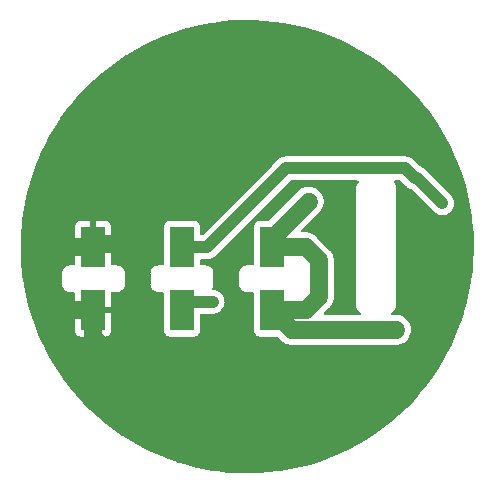
<source format=gbr>
%TF.GenerationSoftware,KiCad,Pcbnew,(6.0.4-0)*%
%TF.CreationDate,2022-05-04T20:07:09+02:00*%
%TF.ProjectId,GlowTubeLEDconnectorA_PCB,476c6f77-5475-4626-954c-4544636f6e6e,rev?*%
%TF.SameCoordinates,Original*%
%TF.FileFunction,Copper,L2,Bot*%
%TF.FilePolarity,Positive*%
%FSLAX46Y46*%
G04 Gerber Fmt 4.6, Leading zero omitted, Abs format (unit mm)*
G04 Created by KiCad (PCBNEW (6.0.4-0)) date 2022-05-04 20:07:09*
%MOMM*%
%LPD*%
G01*
G04 APERTURE LIST*
%TA.AperFunction,SMDPad,CuDef*%
%ADD10R,2.000000X3.500000*%
%TD*%
%TA.AperFunction,ViaPad*%
%ADD11C,0.800000*%
%TD*%
%TA.AperFunction,Conductor*%
%ADD12C,1.500000*%
%TD*%
%TA.AperFunction,Conductor*%
%ADD13C,1.000000*%
%TD*%
G04 APERTURE END LIST*
D10*
%TO.P,P6,1*%
%TO.N,GND*%
X89950000Y-69710000D03*
%TD*%
%TO.P,P5,1*%
%TO.N,LED2 DATA OUT*%
X97480000Y-75010800D03*
%TD*%
%TO.P,P4,1*%
%TO.N,+5V*%
X105090000Y-75010800D03*
%TD*%
%TO.P,P3,1*%
%TO.N,GND*%
X89950000Y-75010800D03*
%TD*%
%TO.P,P2,1*%
%TO.N,LED1 DATA OUT*%
X97480000Y-69710000D03*
%TD*%
%TO.P,P1,1*%
%TO.N,+5V*%
X105090000Y-69710000D03*
%TD*%
D11*
%TO.N,GND*%
X119570000Y-69310000D03*
X119155268Y-68295268D03*
%TO.N,LED1 DATA OUT*%
X119520000Y-65970000D03*
%TO.N,LED2 DATA OUT*%
X100080000Y-74320000D03*
%TO.N,GND*%
X93490000Y-70210000D03*
X92050000Y-69410000D03*
%TO.N,+5V*%
X114330000Y-76690000D03*
X115610000Y-76690000D03*
X107340000Y-66720000D03*
X108220000Y-65840000D03*
%TD*%
D12*
%TO.N,GND*%
X85920000Y-73600000D02*
X85920000Y-70750000D01*
X89950000Y-75010800D02*
X87330800Y-75010800D01*
X87330800Y-75010800D02*
X85920000Y-73600000D01*
X86960000Y-69710000D02*
X89950000Y-69710000D01*
X85920000Y-70750000D02*
X86960000Y-69710000D01*
%TO.N,+5V*%
X105090000Y-69710000D02*
X107980000Y-69710000D01*
X109090000Y-70820000D02*
X109090000Y-73900000D01*
X107980000Y-69710000D02*
X109090000Y-70820000D01*
X109090000Y-73900000D02*
X107979200Y-75010800D01*
X107979200Y-75010800D02*
X105090000Y-75010800D01*
%TO.N,GND*%
X119180000Y-68300000D02*
X119560000Y-68680000D01*
X119560000Y-68680000D02*
X119560000Y-76580000D01*
X116720000Y-79420000D02*
X92100000Y-79420000D01*
X92100000Y-79420000D02*
X89950000Y-77270000D01*
X119560000Y-76580000D02*
X116720000Y-79420000D01*
X89950000Y-77270000D02*
X89950000Y-75010800D01*
D13*
%TO.N,LED1 DATA OUT*%
X117200000Y-63820000D02*
X117370000Y-63820000D01*
X117370000Y-63820000D02*
X119520000Y-65970000D01*
X99610000Y-69710000D02*
X105780000Y-63540000D01*
X97480000Y-69710000D02*
X99610000Y-69710000D01*
X105780000Y-63540000D02*
X106290000Y-63030000D01*
X116410000Y-63030000D02*
X117200000Y-63820000D01*
X106290000Y-63030000D02*
X116410000Y-63030000D01*
%TO.N,LED2 DATA OUT*%
X98170800Y-74320000D02*
X97480000Y-75010800D01*
X100080000Y-74320000D02*
X98170800Y-74320000D01*
D12*
%TO.N,GND*%
X93490000Y-70210000D02*
X93560000Y-70280000D01*
X92690000Y-69410000D02*
X93490000Y-70210000D01*
X92050000Y-69410000D02*
X92690000Y-69410000D01*
X92050000Y-69410000D02*
X90250000Y-69410000D01*
X90250000Y-69410000D02*
X89950000Y-69710000D01*
%TO.N,+5V*%
X115610000Y-76690000D02*
X106769200Y-76690000D01*
X106769200Y-76690000D02*
X105090000Y-75010800D01*
X105090000Y-68970000D02*
X108220000Y-65840000D01*
X105090000Y-69710000D02*
X105090000Y-68970000D01*
%TD*%
%TA.AperFunction,Conductor*%
%TO.N,GND*%
G36*
X103552985Y-50475967D02*
G01*
X103558700Y-50476126D01*
X104422701Y-50519895D01*
X104428402Y-50520314D01*
X105289504Y-50603228D01*
X105295180Y-50603905D01*
X106151650Y-50725799D01*
X106157286Y-50726732D01*
X107007315Y-50887347D01*
X107012907Y-50888535D01*
X107854822Y-51087555D01*
X107860355Y-51088997D01*
X108692322Y-51325989D01*
X108697780Y-51327678D01*
X109518189Y-51602183D01*
X109523549Y-51604113D01*
X110121501Y-51834844D01*
X110330658Y-51915551D01*
X110335908Y-51917715D01*
X111128098Y-52265462D01*
X111133225Y-52267853D01*
X111666797Y-52531560D01*
X111908766Y-52651149D01*
X111913833Y-52653798D01*
X112671208Y-53071892D01*
X112676149Y-53074767D01*
X113413761Y-53526776D01*
X113418566Y-53529873D01*
X114134901Y-54014868D01*
X114139562Y-54018180D01*
X114833195Y-54535198D01*
X114837668Y-54538694D01*
X115104489Y-54757084D01*
X115507124Y-55086637D01*
X115511465Y-55090358D01*
X116155346Y-55668079D01*
X116159514Y-55671992D01*
X116776563Y-56278364D01*
X116780548Y-56282463D01*
X117369415Y-56916160D01*
X117373211Y-56920435D01*
X117932755Y-57580226D01*
X117936353Y-57584670D01*
X118465361Y-58269127D01*
X118468754Y-58273728D01*
X118966199Y-58981521D01*
X118969379Y-58986272D01*
X119434187Y-59715875D01*
X119437149Y-59720765D01*
X119868379Y-60470696D01*
X119871116Y-60475716D01*
X120174909Y-61064302D01*
X120267899Y-61244467D01*
X120270398Y-61249593D01*
X120631900Y-62035553D01*
X120634151Y-62040755D01*
X120839208Y-62545748D01*
X120959631Y-62842316D01*
X120961661Y-62847660D01*
X121250434Y-63663127D01*
X121252219Y-63668557D01*
X121411225Y-64191906D01*
X121503705Y-64496296D01*
X121505240Y-64501796D01*
X121708644Y-65299777D01*
X121718918Y-65340085D01*
X121720201Y-65345643D01*
X121794085Y-65702414D01*
X121895632Y-66192767D01*
X121896664Y-66198390D01*
X122033484Y-67052589D01*
X122034260Y-67058253D01*
X122079790Y-67457865D01*
X122131912Y-67915328D01*
X122132192Y-67917788D01*
X122132709Y-67923472D01*
X122190987Y-68778302D01*
X122191549Y-68786549D01*
X122191808Y-68792242D01*
X122207004Y-69461887D01*
X122211453Y-69657928D01*
X122211478Y-69662102D01*
X122208040Y-69990444D01*
X122207313Y-70059826D01*
X122207200Y-70063996D01*
X122170921Y-70894948D01*
X122169432Y-70929041D01*
X122169054Y-70934730D01*
X122094545Y-71769592D01*
X122092152Y-71796403D01*
X122091517Y-71802068D01*
X122069724Y-71963250D01*
X121975602Y-72659391D01*
X121974712Y-72665014D01*
X121820025Y-73516195D01*
X121818883Y-73521759D01*
X121625745Y-74365044D01*
X121624342Y-74370586D01*
X121393163Y-75204191D01*
X121391511Y-75209664D01*
X121352768Y-75328200D01*
X121122739Y-76031974D01*
X121120858Y-76037316D01*
X120891335Y-76644732D01*
X120815058Y-76846592D01*
X120812917Y-76851890D01*
X120472429Y-77642497D01*
X120470735Y-77646430D01*
X120468361Y-77651615D01*
X120323422Y-77950105D01*
X120090486Y-78429817D01*
X120087876Y-78434896D01*
X119960300Y-78669863D01*
X119675087Y-79195160D01*
X119672246Y-79200121D01*
X119225389Y-79940883D01*
X119222325Y-79945710D01*
X118742350Y-80665401D01*
X118739071Y-80670085D01*
X118226917Y-81367300D01*
X118223429Y-81371829D01*
X117680191Y-82045070D01*
X117676501Y-82049437D01*
X117447189Y-82308627D01*
X117142557Y-82652953D01*
X117103268Y-82697361D01*
X117099390Y-82701548D01*
X116503938Y-83316007D01*
X116497354Y-83322801D01*
X116493290Y-83326808D01*
X115992083Y-83799121D01*
X115863703Y-83920101D01*
X115859454Y-83923927D01*
X115203599Y-84488051D01*
X115199181Y-84491680D01*
X114518424Y-85025461D01*
X114513847Y-85028885D01*
X113809539Y-85531264D01*
X113804810Y-85534478D01*
X113078476Y-86004364D01*
X113073615Y-86007355D01*
X112326686Y-86443825D01*
X112321700Y-86446589D01*
X111555736Y-86848729D01*
X111550635Y-86851261D01*
X111305226Y-86966219D01*
X110767227Y-87218236D01*
X110761996Y-87220543D01*
X109962752Y-87551601D01*
X109957422Y-87553668D01*
X109144003Y-87848121D01*
X109138584Y-87849945D01*
X108312625Y-88107203D01*
X108307129Y-88108779D01*
X107470359Y-88328301D01*
X107464798Y-88329626D01*
X106618917Y-88510968D01*
X106613301Y-88512039D01*
X105760063Y-88654822D01*
X105754424Y-88655635D01*
X105454255Y-88691959D01*
X104895603Y-88759563D01*
X104889913Y-88760121D01*
X104027275Y-88824983D01*
X104021566Y-88825283D01*
X103539370Y-88839594D01*
X103156809Y-88850948D01*
X103151112Y-88850987D01*
X102489394Y-88840592D01*
X102286149Y-88837399D01*
X102280436Y-88837180D01*
X101416959Y-88784368D01*
X101411262Y-88783890D01*
X100551049Y-88691959D01*
X100545379Y-88691222D01*
X100146562Y-88630195D01*
X99690230Y-88560366D01*
X99684642Y-88559381D01*
X99260467Y-88474622D01*
X98836314Y-88389868D01*
X98830734Y-88388621D01*
X98415109Y-88285765D01*
X97990949Y-88180795D01*
X97985474Y-88179308D01*
X97311287Y-87979604D01*
X97156001Y-87933606D01*
X97150558Y-87931859D01*
X96896058Y-87843731D01*
X96333068Y-87648778D01*
X96327736Y-87646795D01*
X95925832Y-87486858D01*
X95523941Y-87326926D01*
X95518678Y-87324692D01*
X94730220Y-86968690D01*
X94725064Y-86966219D01*
X94215787Y-86707848D01*
X93953589Y-86574827D01*
X93948560Y-86572131D01*
X93724323Y-86445264D01*
X93195600Y-86146127D01*
X93190710Y-86143211D01*
X92457849Y-85683489D01*
X92453126Y-85680375D01*
X91741872Y-85187879D01*
X91737270Y-85184537D01*
X91049086Y-84660280D01*
X91044618Y-84656713D01*
X90380945Y-84101797D01*
X90376644Y-84098031D01*
X89738850Y-83513600D01*
X89734723Y-83509643D01*
X89124069Y-82896853D01*
X89120127Y-82892713D01*
X88537916Y-82252872D01*
X88534165Y-82248557D01*
X87981578Y-81582964D01*
X87978026Y-81578483D01*
X87732590Y-81253957D01*
X87456183Y-80888482D01*
X87452846Y-80883854D01*
X87302708Y-80665401D01*
X86962852Y-80170908D01*
X86959722Y-80166124D01*
X86502587Y-79431707D01*
X86499676Y-79426786D01*
X86076310Y-78672355D01*
X86073626Y-78667307D01*
X85684925Y-77894462D01*
X85682473Y-77889298D01*
X85654050Y-77825758D01*
X85329230Y-77099614D01*
X85327017Y-77094350D01*
X85326498Y-77093033D01*
X85213224Y-76805469D01*
X88442001Y-76805469D01*
X88442371Y-76812290D01*
X88447895Y-76863152D01*
X88451521Y-76878404D01*
X88496676Y-76998854D01*
X88505214Y-77014449D01*
X88581715Y-77116524D01*
X88594276Y-77129085D01*
X88696351Y-77205586D01*
X88711946Y-77214124D01*
X88832394Y-77259278D01*
X88847649Y-77262905D01*
X88898514Y-77268431D01*
X88905328Y-77268800D01*
X89677885Y-77268800D01*
X89693124Y-77264325D01*
X89694329Y-77262935D01*
X89696000Y-77255252D01*
X89696000Y-77250684D01*
X90204000Y-77250684D01*
X90208475Y-77265923D01*
X90209865Y-77267128D01*
X90217548Y-77268799D01*
X90994669Y-77268799D01*
X91001490Y-77268429D01*
X91052352Y-77262905D01*
X91067604Y-77259279D01*
X91188054Y-77214124D01*
X91203649Y-77205586D01*
X91305724Y-77129085D01*
X91318285Y-77116524D01*
X91394786Y-77014449D01*
X91403324Y-76998854D01*
X91448478Y-76878406D01*
X91452105Y-76863151D01*
X91457631Y-76812286D01*
X91458000Y-76805472D01*
X91458000Y-75282915D01*
X91453525Y-75267676D01*
X91452135Y-75266471D01*
X91444452Y-75264800D01*
X90222115Y-75264800D01*
X90206876Y-75269275D01*
X90205671Y-75270665D01*
X90204000Y-75278348D01*
X90204000Y-77250684D01*
X89696000Y-77250684D01*
X89696000Y-75282915D01*
X89691525Y-75267676D01*
X89690135Y-75266471D01*
X89682452Y-75264800D01*
X88460116Y-75264800D01*
X88444877Y-75269275D01*
X88443672Y-75270665D01*
X88442001Y-75278348D01*
X88442001Y-76805469D01*
X85213224Y-76805469D01*
X85009956Y-76289443D01*
X85007985Y-76284086D01*
X84727762Y-75465621D01*
X84726034Y-75460171D01*
X84483240Y-74629878D01*
X84481760Y-74624356D01*
X84276873Y-73783877D01*
X84275645Y-73778293D01*
X84109094Y-72929379D01*
X84108121Y-72923745D01*
X84090184Y-72803724D01*
X87320838Y-72803724D01*
X87322778Y-72818563D01*
X87323038Y-72820696D01*
X87338452Y-72957475D01*
X87387474Y-73097553D01*
X87466440Y-73223209D01*
X87571391Y-73328140D01*
X87697062Y-73407082D01*
X87703737Y-73409417D01*
X87703740Y-73409418D01*
X87767106Y-73431579D01*
X87837150Y-73456077D01*
X87844182Y-73456868D01*
X87926842Y-73466167D01*
X87933635Y-73467119D01*
X87967279Y-73472772D01*
X87972076Y-73473578D01*
X87984628Y-73473729D01*
X88012193Y-73469776D01*
X88030079Y-73468500D01*
X88316000Y-73468500D01*
X88384121Y-73488502D01*
X88430614Y-73542158D01*
X88442000Y-73594500D01*
X88442000Y-74738685D01*
X88446475Y-74753924D01*
X88447865Y-74755129D01*
X88455548Y-74756800D01*
X91439884Y-74756800D01*
X91455123Y-74752325D01*
X91456328Y-74750935D01*
X91457999Y-74743252D01*
X91457999Y-73594500D01*
X91478001Y-73526379D01*
X91531657Y-73479886D01*
X91583999Y-73468500D01*
X91931344Y-73468500D01*
X91952222Y-73470242D01*
X91959614Y-73471484D01*
X91967284Y-73472773D01*
X91967287Y-73472773D01*
X91972076Y-73473578D01*
X91984628Y-73473729D01*
X91989445Y-73473038D01*
X91989448Y-73473038D01*
X92016577Y-73469148D01*
X92020331Y-73468667D01*
X92125044Y-73456849D01*
X92132071Y-73456056D01*
X92272115Y-73407029D01*
X92278107Y-73403263D01*
X92278109Y-73403262D01*
X92391748Y-73331838D01*
X92391750Y-73331837D01*
X92397741Y-73328071D01*
X92502651Y-73223141D01*
X92544168Y-73157056D01*
X92577821Y-73103490D01*
X92577823Y-73103486D01*
X92581584Y-73097500D01*
X92583918Y-73090830D01*
X92583920Y-73090825D01*
X92628249Y-72964124D01*
X92628250Y-72964120D01*
X92630585Y-72957446D01*
X92640690Y-72867751D01*
X92641642Y-72860967D01*
X92647298Y-72827353D01*
X92647299Y-72827343D01*
X92648105Y-72822552D01*
X92648258Y-72810000D01*
X92647359Y-72803724D01*
X94820838Y-72803724D01*
X94822778Y-72818563D01*
X94823038Y-72820696D01*
X94838452Y-72957475D01*
X94887474Y-73097553D01*
X94966440Y-73223209D01*
X95071391Y-73328140D01*
X95197062Y-73407082D01*
X95203737Y-73409417D01*
X95203740Y-73409418D01*
X95267106Y-73431579D01*
X95337150Y-73456077D01*
X95344182Y-73456868D01*
X95426842Y-73466167D01*
X95433635Y-73467119D01*
X95467279Y-73472772D01*
X95472076Y-73473578D01*
X95484628Y-73473729D01*
X95512193Y-73469776D01*
X95530079Y-73468500D01*
X95845500Y-73468500D01*
X95913621Y-73488502D01*
X95960114Y-73542158D01*
X95971500Y-73594500D01*
X95971500Y-76808934D01*
X95978255Y-76871116D01*
X96029385Y-77007505D01*
X96116739Y-77124061D01*
X96233295Y-77211415D01*
X96369684Y-77262545D01*
X96431866Y-77269300D01*
X98528134Y-77269300D01*
X98590316Y-77262545D01*
X98726705Y-77211415D01*
X98843261Y-77124061D01*
X98930615Y-77007505D01*
X98981745Y-76871116D01*
X98988500Y-76808934D01*
X98988500Y-75454500D01*
X99008502Y-75386379D01*
X99062158Y-75339886D01*
X99114500Y-75328500D01*
X100129769Y-75328500D01*
X100132825Y-75328200D01*
X100132832Y-75328200D01*
X100191340Y-75322463D01*
X100276833Y-75314080D01*
X100282734Y-75312298D01*
X100282736Y-75312298D01*
X100395183Y-75278348D01*
X100466169Y-75256916D01*
X100640796Y-75164066D01*
X100727062Y-75093709D01*
X100789287Y-75042960D01*
X100789290Y-75042957D01*
X100794062Y-75039065D01*
X100807215Y-75023166D01*
X100916201Y-74891425D01*
X100916203Y-74891421D01*
X100920130Y-74886675D01*
X101014198Y-74712701D01*
X101072682Y-74523768D01*
X101080536Y-74449044D01*
X101092711Y-74333204D01*
X101092711Y-74333202D01*
X101093355Y-74327075D01*
X101084624Y-74231138D01*
X101075989Y-74136251D01*
X101075988Y-74136248D01*
X101075430Y-74130112D01*
X101019590Y-73940381D01*
X100990006Y-73883791D01*
X100937771Y-73783877D01*
X100927960Y-73765110D01*
X100804032Y-73610975D01*
X100652526Y-73483846D01*
X100647128Y-73480879D01*
X100647123Y-73480875D01*
X100484608Y-73391533D01*
X100484609Y-73391533D01*
X100479213Y-73388567D01*
X100473346Y-73386706D01*
X100473344Y-73386705D01*
X100296564Y-73330627D01*
X100296563Y-73330627D01*
X100290694Y-73328765D01*
X100158995Y-73313993D01*
X100093530Y-73286522D01*
X100053307Y-73228018D01*
X100051100Y-73157056D01*
X100066347Y-73121753D01*
X100081584Y-73097500D01*
X100083918Y-73090830D01*
X100083920Y-73090825D01*
X100128249Y-72964124D01*
X100128250Y-72964120D01*
X100130585Y-72957446D01*
X100140690Y-72867751D01*
X100141642Y-72860967D01*
X100147298Y-72827353D01*
X100147299Y-72827343D01*
X100148105Y-72822552D01*
X100148258Y-72810000D01*
X100144302Y-72782376D01*
X100143029Y-72764514D01*
X100143029Y-71963250D01*
X100144775Y-71942345D01*
X100147299Y-71927344D01*
X100147299Y-71927341D01*
X100148105Y-71922552D01*
X100148258Y-71910000D01*
X100143413Y-71876171D01*
X100142933Y-71872420D01*
X100142224Y-71866121D01*
X100130557Y-71762561D01*
X100081558Y-71622513D01*
X100002628Y-71496877D01*
X99897723Y-71391952D01*
X99772103Y-71312997D01*
X99632064Y-71263972D01*
X99542396Y-71253852D01*
X99535613Y-71252900D01*
X99497180Y-71246426D01*
X99490269Y-71246341D01*
X99489493Y-71246331D01*
X99489492Y-71246331D01*
X99484628Y-71246271D01*
X99479819Y-71246959D01*
X99479815Y-71246959D01*
X99456938Y-71250231D01*
X99439100Y-71251500D01*
X99114500Y-71251500D01*
X99046379Y-71231498D01*
X98999886Y-71177842D01*
X98988500Y-71125500D01*
X98988500Y-70844500D01*
X99008502Y-70776379D01*
X99062158Y-70729886D01*
X99114500Y-70718500D01*
X99548157Y-70718500D01*
X99561764Y-70719237D01*
X99593262Y-70722659D01*
X99593267Y-70722659D01*
X99599388Y-70723324D01*
X99625638Y-70721027D01*
X99649388Y-70718950D01*
X99654214Y-70718621D01*
X99656686Y-70718500D01*
X99659769Y-70718500D01*
X99671738Y-70717326D01*
X99702506Y-70714310D01*
X99703819Y-70714188D01*
X99748084Y-70710315D01*
X99796413Y-70706087D01*
X99801532Y-70704600D01*
X99806833Y-70704080D01*
X99895834Y-70677209D01*
X99896967Y-70676874D01*
X99980414Y-70652630D01*
X99980418Y-70652628D01*
X99986336Y-70650909D01*
X99991068Y-70648456D01*
X99996169Y-70646916D01*
X100026047Y-70631030D01*
X100078260Y-70603269D01*
X100079426Y-70602657D01*
X100156453Y-70562729D01*
X100161926Y-70559892D01*
X100166089Y-70556569D01*
X100170796Y-70554066D01*
X100242918Y-70495245D01*
X100243774Y-70494554D01*
X100282973Y-70463262D01*
X100285477Y-70460758D01*
X100286195Y-70460116D01*
X100290528Y-70456415D01*
X100324062Y-70429065D01*
X100353288Y-70393737D01*
X100361277Y-70384958D01*
X106452963Y-64293271D01*
X106452970Y-64293265D01*
X106670830Y-64075405D01*
X106733142Y-64041379D01*
X106759925Y-64038500D01*
X112326050Y-64038500D01*
X112394171Y-64058502D01*
X112440664Y-64112158D01*
X112450768Y-64182432D01*
X112421274Y-64247012D01*
X112415145Y-64253595D01*
X112371906Y-64296834D01*
X112292958Y-64422480D01*
X112290622Y-64429157D01*
X112254288Y-64532992D01*
X112243947Y-64562543D01*
X112243155Y-64569573D01*
X112243154Y-64569577D01*
X112232870Y-64660855D01*
X112232162Y-64666133D01*
X112226309Y-64703724D01*
X112227473Y-64712626D01*
X112227473Y-64712628D01*
X112228771Y-64722552D01*
X112229677Y-64729476D01*
X112230436Y-64735283D01*
X112231500Y-64751621D01*
X112231500Y-74560633D01*
X112230000Y-74580018D01*
X112227690Y-74594851D01*
X112227690Y-74594855D01*
X112226309Y-74603724D01*
X112227473Y-74612626D01*
X112227473Y-74612629D01*
X112228449Y-74620090D01*
X112228721Y-74622320D01*
X112243061Y-74749590D01*
X112243947Y-74757457D01*
X112292958Y-74897520D01*
X112371906Y-75023166D01*
X112476834Y-75128094D01*
X112589384Y-75198814D01*
X112636421Y-75251991D01*
X112647242Y-75322158D01*
X112618410Y-75387036D01*
X112559078Y-75426028D01*
X112522348Y-75431500D01*
X109642478Y-75431500D01*
X109574357Y-75411498D01*
X109527864Y-75357842D01*
X109517760Y-75287568D01*
X109547254Y-75222988D01*
X109553383Y-75216404D01*
X109637929Y-75131859D01*
X109915267Y-74854521D01*
X109927658Y-74843654D01*
X109940841Y-74833538D01*
X109945292Y-74830123D01*
X109949065Y-74825977D01*
X109949070Y-74825972D01*
X110000149Y-74769836D01*
X110004247Y-74765541D01*
X110020198Y-74749590D01*
X110036942Y-74729564D01*
X110040401Y-74725599D01*
X110047208Y-74718119D01*
X110096485Y-74663964D01*
X110106016Y-74648770D01*
X110116085Y-74634910D01*
X110127593Y-74621147D01*
X110168869Y-74548782D01*
X110171579Y-74544253D01*
X110212885Y-74478405D01*
X110215864Y-74473656D01*
X110222553Y-74457017D01*
X110230012Y-74441587D01*
X110236119Y-74430881D01*
X110236123Y-74430872D01*
X110238898Y-74426007D01*
X110266712Y-74347462D01*
X110268573Y-74342537D01*
X110297561Y-74270428D01*
X110299656Y-74265217D01*
X110303296Y-74247639D01*
X110307902Y-74231146D01*
X110313888Y-74214241D01*
X110327352Y-74132021D01*
X110328314Y-74126833D01*
X110344276Y-74049756D01*
X110345213Y-74045233D01*
X110346816Y-74017437D01*
X110348263Y-74004331D01*
X110349286Y-73998086D01*
X110349287Y-73998079D01*
X110350193Y-73992543D01*
X110348516Y-73885769D01*
X110348500Y-73883791D01*
X110348500Y-70911395D01*
X110349578Y-70894948D01*
X110351746Y-70878483D01*
X110351746Y-70878479D01*
X110352479Y-70872913D01*
X110348640Y-70791511D01*
X110348500Y-70785576D01*
X110348500Y-70763001D01*
X110346181Y-70737011D01*
X110345822Y-70731749D01*
X110342160Y-70654113D01*
X110341896Y-70648512D01*
X110337892Y-70631030D01*
X110335211Y-70614100D01*
X110334116Y-70601832D01*
X110333617Y-70596238D01*
X110311630Y-70515867D01*
X110310344Y-70510749D01*
X110292995Y-70435000D01*
X110292994Y-70434998D01*
X110291742Y-70429530D01*
X110284706Y-70413033D01*
X110279073Y-70396858D01*
X110275817Y-70384958D01*
X110275816Y-70384956D01*
X110274337Y-70379549D01*
X110238461Y-70304333D01*
X110236290Y-70299524D01*
X110205804Y-70228051D01*
X110205804Y-70228050D01*
X110203603Y-70222891D01*
X110193749Y-70207890D01*
X110185343Y-70192970D01*
X110180035Y-70181841D01*
X110177622Y-70176782D01*
X110128994Y-70109108D01*
X110126011Y-70104768D01*
X110082804Y-70038990D01*
X110082798Y-70038982D01*
X110080265Y-70035126D01*
X110061743Y-70014338D01*
X110053506Y-70004056D01*
X110049799Y-69998897D01*
X110046529Y-69994346D01*
X109969747Y-69919939D01*
X109968337Y-69918550D01*
X108934525Y-68884737D01*
X108923657Y-68872346D01*
X108913538Y-68859159D01*
X108910123Y-68854708D01*
X108905977Y-68850935D01*
X108905972Y-68850930D01*
X108849836Y-68799851D01*
X108845541Y-68795753D01*
X108829590Y-68779802D01*
X108827440Y-68778004D01*
X108809577Y-68763068D01*
X108805602Y-68759600D01*
X108748112Y-68707288D01*
X108748103Y-68707281D01*
X108743964Y-68703515D01*
X108728773Y-68693986D01*
X108714907Y-68683911D01*
X108705451Y-68676004D01*
X108705441Y-68675997D01*
X108701146Y-68672406D01*
X108628752Y-68631113D01*
X108624232Y-68628408D01*
X108558404Y-68587114D01*
X108558401Y-68587112D01*
X108553656Y-68584136D01*
X108548451Y-68582043D01*
X108548448Y-68582042D01*
X108537021Y-68577448D01*
X108521589Y-68569988D01*
X108510881Y-68563880D01*
X108510872Y-68563876D01*
X108506007Y-68561101D01*
X108500730Y-68559232D01*
X108500725Y-68559230D01*
X108427458Y-68533285D01*
X108422522Y-68531420D01*
X108350416Y-68502434D01*
X108345217Y-68500344D01*
X108339730Y-68499208D01*
X108339728Y-68499207D01*
X108327651Y-68496706D01*
X108311156Y-68492101D01*
X108294241Y-68486111D01*
X108211990Y-68472641D01*
X108206820Y-68471683D01*
X108125233Y-68454787D01*
X108120621Y-68454521D01*
X108120620Y-68454521D01*
X108097452Y-68453185D01*
X108084347Y-68451738D01*
X108078090Y-68450714D01*
X108078086Y-68450714D01*
X108072543Y-68449806D01*
X108066930Y-68449894D01*
X108066928Y-68449894D01*
X107965736Y-68451484D01*
X107963757Y-68451500D01*
X107692477Y-68451500D01*
X107624356Y-68431498D01*
X107577863Y-68377842D01*
X107567759Y-68307568D01*
X107597253Y-68242988D01*
X107603382Y-68236405D01*
X108324574Y-67515214D01*
X109150198Y-66689590D01*
X109257593Y-66561147D01*
X109368898Y-66366007D01*
X109433664Y-66183114D01*
X109442015Y-66159531D01*
X109442016Y-66159528D01*
X109443888Y-66154241D01*
X109480193Y-65932543D01*
X109476665Y-65707919D01*
X109475585Y-65702414D01*
X109434496Y-65492979D01*
X109434495Y-65492975D01*
X109433415Y-65487471D01*
X109408490Y-65423540D01*
X109353845Y-65283385D01*
X109351810Y-65278165D01*
X109234430Y-65086618D01*
X109084984Y-64918886D01*
X108993556Y-64847196D01*
X108912614Y-64783728D01*
X108912609Y-64783725D01*
X108908198Y-64780266D01*
X108903247Y-64777645D01*
X108903243Y-64777642D01*
X108714619Y-64677772D01*
X108714618Y-64677771D01*
X108709659Y-64675146D01*
X108495643Y-64606844D01*
X108490086Y-64606112D01*
X108490084Y-64606112D01*
X108384278Y-64592183D01*
X108272913Y-64577521D01*
X108267314Y-64577785D01*
X108267312Y-64577785D01*
X108160712Y-64582813D01*
X108048511Y-64588104D01*
X107959245Y-64608549D01*
X107834995Y-64637006D01*
X107834992Y-64637007D01*
X107829530Y-64638258D01*
X107747049Y-64673439D01*
X107628048Y-64724197D01*
X107628045Y-64724199D01*
X107622891Y-64726397D01*
X107618206Y-64729474D01*
X107618203Y-64729476D01*
X107438990Y-64847196D01*
X107435125Y-64849735D01*
X107392490Y-64887722D01*
X104865617Y-67414595D01*
X104803305Y-67448621D01*
X104776522Y-67451500D01*
X104041866Y-67451500D01*
X103979684Y-67458255D01*
X103843295Y-67509385D01*
X103726739Y-67596739D01*
X103639385Y-67713295D01*
X103588255Y-67849684D01*
X103581500Y-67911866D01*
X103581500Y-71125500D01*
X103561498Y-71193621D01*
X103507842Y-71240114D01*
X103455500Y-71251500D01*
X103037843Y-71251500D01*
X103016914Y-71249750D01*
X103013026Y-71249095D01*
X102997180Y-71246426D01*
X102990207Y-71246340D01*
X102989492Y-71246331D01*
X102989491Y-71246331D01*
X102984628Y-71246271D01*
X102979820Y-71246959D01*
X102979814Y-71246959D01*
X102950741Y-71251117D01*
X102946988Y-71251596D01*
X102876104Y-71259570D01*
X102837156Y-71263951D01*
X102830483Y-71266285D01*
X102830478Y-71266286D01*
X102703753Y-71310608D01*
X102703750Y-71310609D01*
X102697075Y-71312944D01*
X102571409Y-71391883D01*
X102466463Y-71496809D01*
X102387500Y-71622459D01*
X102338480Y-71762531D01*
X102334023Y-71802084D01*
X102327401Y-71860845D01*
X102326693Y-71866118D01*
X102320838Y-71903724D01*
X102322002Y-71912626D01*
X102322002Y-71912628D01*
X102324965Y-71935283D01*
X102326029Y-71951621D01*
X102326029Y-72760633D01*
X102324529Y-72780018D01*
X102322219Y-72794851D01*
X102322219Y-72794855D01*
X102320838Y-72803724D01*
X102322778Y-72818563D01*
X102323038Y-72820696D01*
X102338452Y-72957475D01*
X102387474Y-73097553D01*
X102466440Y-73223209D01*
X102571391Y-73328140D01*
X102697062Y-73407082D01*
X102703737Y-73409417D01*
X102703740Y-73409418D01*
X102767106Y-73431579D01*
X102837150Y-73456077D01*
X102844182Y-73456868D01*
X102926842Y-73466167D01*
X102933635Y-73467119D01*
X102967279Y-73472772D01*
X102972076Y-73473578D01*
X102984628Y-73473729D01*
X103012193Y-73469776D01*
X103030079Y-73468500D01*
X103455500Y-73468500D01*
X103523621Y-73488502D01*
X103570114Y-73542158D01*
X103581500Y-73594500D01*
X103581500Y-76808934D01*
X103588255Y-76871116D01*
X103639385Y-77007505D01*
X103726739Y-77124061D01*
X103843295Y-77211415D01*
X103979684Y-77262545D01*
X104041866Y-77269300D01*
X105516522Y-77269300D01*
X105584643Y-77289302D01*
X105605617Y-77306205D01*
X105814675Y-77515263D01*
X105825542Y-77527653D01*
X105839077Y-77545292D01*
X105898994Y-77599812D01*
X105899374Y-77600158D01*
X105903669Y-77604257D01*
X105919610Y-77620198D01*
X105939636Y-77636942D01*
X105943591Y-77640392D01*
X106005236Y-77696485D01*
X106009990Y-77699467D01*
X106020430Y-77706016D01*
X106034290Y-77716085D01*
X106048053Y-77727593D01*
X106052934Y-77730377D01*
X106120418Y-77768869D01*
X106124948Y-77771579D01*
X106195544Y-77815864D01*
X106200748Y-77817956D01*
X106212183Y-77822553D01*
X106227613Y-77830012D01*
X106238319Y-77836119D01*
X106238328Y-77836123D01*
X106243193Y-77838898D01*
X106321738Y-77866712D01*
X106326650Y-77868568D01*
X106403983Y-77899656D01*
X106421561Y-77903296D01*
X106438054Y-77907902D01*
X106454959Y-77913888D01*
X106460493Y-77914794D01*
X106460496Y-77914795D01*
X106537177Y-77927352D01*
X106542349Y-77928311D01*
X106623967Y-77945213D01*
X106639598Y-77946114D01*
X106651763Y-77946816D01*
X106664869Y-77948263D01*
X106671114Y-77949286D01*
X106671121Y-77949287D01*
X106676657Y-77950193D01*
X106682271Y-77950105D01*
X106682273Y-77950105D01*
X106783430Y-77948516D01*
X106785409Y-77948500D01*
X115666999Y-77948500D01*
X115669786Y-77948251D01*
X115669792Y-77948251D01*
X115739929Y-77941991D01*
X115833762Y-77933617D01*
X115839176Y-77932136D01*
X115839181Y-77932135D01*
X115995763Y-77889298D01*
X116050451Y-77874337D01*
X116055509Y-77871925D01*
X116055513Y-77871923D01*
X116173042Y-77815864D01*
X116253218Y-77777622D01*
X116435654Y-77646529D01*
X116591992Y-77485201D01*
X116717290Y-77298738D01*
X116807588Y-77093033D01*
X116826397Y-77014691D01*
X116858722Y-76880046D01*
X116858722Y-76880045D01*
X116860032Y-76874589D01*
X116872963Y-76650310D01*
X116845975Y-76427285D01*
X116779918Y-76212565D01*
X116676882Y-76012936D01*
X116540123Y-75834708D01*
X116373964Y-75683515D01*
X116369217Y-75680537D01*
X116369214Y-75680535D01*
X116188405Y-75567115D01*
X116183656Y-75564136D01*
X115975217Y-75480344D01*
X115755233Y-75434787D01*
X115750622Y-75434521D01*
X115750621Y-75434521D01*
X115700048Y-75431605D01*
X115700044Y-75431605D01*
X115698225Y-75431500D01*
X115337652Y-75431500D01*
X115269531Y-75411498D01*
X115223038Y-75357842D01*
X115212934Y-75287568D01*
X115242428Y-75222988D01*
X115270614Y-75198815D01*
X115383166Y-75128094D01*
X115488094Y-75023166D01*
X115567042Y-74897520D01*
X115616053Y-74757457D01*
X115626157Y-74667775D01*
X115627111Y-74660977D01*
X115632770Y-74627343D01*
X115632770Y-74627342D01*
X115633576Y-74622552D01*
X115633729Y-74610000D01*
X115629773Y-74582376D01*
X115628500Y-74564514D01*
X115628500Y-64763250D01*
X115630246Y-64742345D01*
X115632770Y-64727344D01*
X115632770Y-64727341D01*
X115633576Y-64722552D01*
X115633729Y-64710000D01*
X115629016Y-64677088D01*
X115628540Y-64673369D01*
X115619862Y-64596348D01*
X115616053Y-64562543D01*
X115605713Y-64532992D01*
X115569378Y-64429157D01*
X115567042Y-64422480D01*
X115488094Y-64296834D01*
X115444855Y-64253595D01*
X115410829Y-64191283D01*
X115415894Y-64120468D01*
X115458441Y-64063632D01*
X115524961Y-64038821D01*
X115533950Y-64038500D01*
X115940074Y-64038500D01*
X116008195Y-64058502D01*
X116029169Y-64075404D01*
X116443149Y-64489383D01*
X116452251Y-64499527D01*
X116475968Y-64529025D01*
X116480696Y-64532992D01*
X116514421Y-64561291D01*
X116518069Y-64564472D01*
X116519881Y-64566115D01*
X116522075Y-64568309D01*
X116555349Y-64595642D01*
X116556147Y-64596304D01*
X116627474Y-64656154D01*
X116632144Y-64658722D01*
X116636261Y-64662103D01*
X116716624Y-64705193D01*
X116718120Y-64705995D01*
X116719280Y-64706624D01*
X116795389Y-64748466D01*
X116795394Y-64748468D01*
X116800787Y-64751433D01*
X116805865Y-64753044D01*
X116810563Y-64755563D01*
X116879232Y-64776557D01*
X116879571Y-64776661D01*
X116931826Y-64808060D01*
X118842075Y-66718309D01*
X118956261Y-66812103D01*
X119130563Y-66905562D01*
X119239219Y-66938782D01*
X119313800Y-66961584D01*
X119313802Y-66961584D01*
X119319698Y-66963387D01*
X119377551Y-66969264D01*
X119510334Y-66982752D01*
X119510339Y-66982752D01*
X119516462Y-66983374D01*
X119640525Y-66971646D01*
X119707229Y-66965341D01*
X119707231Y-66965341D01*
X119713362Y-66964761D01*
X119808129Y-66936510D01*
X119896993Y-66910019D01*
X119896995Y-66910018D01*
X119902896Y-66908259D01*
X120077846Y-66816018D01*
X120231547Y-66691553D01*
X120358146Y-66539604D01*
X120452822Y-66365959D01*
X120511965Y-66177232D01*
X120514927Y-66149972D01*
X120532659Y-65986736D01*
X120532659Y-65986732D01*
X120533324Y-65980611D01*
X120516087Y-65783587D01*
X120514368Y-65777670D01*
X120514367Y-65777665D01*
X120462627Y-65599578D01*
X120460909Y-65593664D01*
X120369892Y-65418074D01*
X120312082Y-65345656D01*
X120275458Y-65299777D01*
X120275451Y-65299770D01*
X120273262Y-65297027D01*
X118126855Y-63150621D01*
X118117753Y-63140478D01*
X118097897Y-63115782D01*
X118094032Y-63110975D01*
X118055578Y-63078708D01*
X118051931Y-63075528D01*
X118050119Y-63073885D01*
X118047925Y-63071691D01*
X118014651Y-63044358D01*
X118013853Y-63043696D01*
X117942526Y-62983846D01*
X117937856Y-62981278D01*
X117933739Y-62977897D01*
X117851914Y-62934023D01*
X117850755Y-62933394D01*
X117774619Y-62891538D01*
X117774611Y-62891535D01*
X117769213Y-62888567D01*
X117764131Y-62886955D01*
X117759437Y-62884438D01*
X117753539Y-62882635D01*
X117753537Y-62882634D01*
X117690432Y-62863341D01*
X117638176Y-62831942D01*
X117166855Y-62360621D01*
X117157753Y-62350478D01*
X117137897Y-62325782D01*
X117134032Y-62320975D01*
X117095578Y-62288708D01*
X117091931Y-62285528D01*
X117090119Y-62283885D01*
X117087925Y-62281691D01*
X117054651Y-62254358D01*
X117053853Y-62253696D01*
X116982526Y-62193846D01*
X116977856Y-62191278D01*
X116973739Y-62187897D01*
X116891914Y-62144023D01*
X116890755Y-62143394D01*
X116814619Y-62101538D01*
X116814611Y-62101535D01*
X116809213Y-62098567D01*
X116804131Y-62096955D01*
X116799437Y-62094438D01*
X116710469Y-62067238D01*
X116709441Y-62066918D01*
X116620694Y-62038765D01*
X116615398Y-62038171D01*
X116610302Y-62036613D01*
X116517743Y-62027210D01*
X116516607Y-62027089D01*
X116482992Y-62023319D01*
X116470270Y-62021892D01*
X116470266Y-62021892D01*
X116466773Y-62021500D01*
X116463246Y-62021500D01*
X116462261Y-62021445D01*
X116456581Y-62020998D01*
X116427175Y-62018011D01*
X116419663Y-62017248D01*
X116419661Y-62017248D01*
X116413538Y-62016626D01*
X116371259Y-62020623D01*
X116367891Y-62020941D01*
X116356033Y-62021500D01*
X106351843Y-62021500D01*
X106338236Y-62020763D01*
X106306738Y-62017341D01*
X106306733Y-62017341D01*
X106300612Y-62016676D01*
X106274362Y-62018973D01*
X106250612Y-62021050D01*
X106245786Y-62021379D01*
X106243314Y-62021500D01*
X106240231Y-62021500D01*
X106228262Y-62022674D01*
X106197494Y-62025690D01*
X106196181Y-62025812D01*
X106151916Y-62029685D01*
X106103587Y-62033913D01*
X106098468Y-62035400D01*
X106093167Y-62035920D01*
X106004166Y-62062791D01*
X106003033Y-62063126D01*
X105919586Y-62087370D01*
X105919582Y-62087372D01*
X105913664Y-62089091D01*
X105908932Y-62091544D01*
X105903831Y-62093084D01*
X105898388Y-62095978D01*
X105821740Y-62136731D01*
X105820574Y-62137343D01*
X105743547Y-62177271D01*
X105738074Y-62180108D01*
X105733911Y-62183431D01*
X105729204Y-62185934D01*
X105657082Y-62244755D01*
X105656226Y-62245446D01*
X105617027Y-62276738D01*
X105614523Y-62279242D01*
X105613805Y-62279884D01*
X105609472Y-62283585D01*
X105575938Y-62310935D01*
X105546706Y-62346270D01*
X105538729Y-62355036D01*
X105107028Y-62786738D01*
X99229171Y-68664595D01*
X99166858Y-68698620D01*
X99140075Y-68701500D01*
X99114500Y-68701500D01*
X99046379Y-68681498D01*
X98999886Y-68627842D01*
X98988500Y-68575500D01*
X98988500Y-67911866D01*
X98981745Y-67849684D01*
X98930615Y-67713295D01*
X98843261Y-67596739D01*
X98726705Y-67509385D01*
X98590316Y-67458255D01*
X98528134Y-67451500D01*
X96431866Y-67451500D01*
X96369684Y-67458255D01*
X96233295Y-67509385D01*
X96116739Y-67596739D01*
X96029385Y-67713295D01*
X95978255Y-67849684D01*
X95971500Y-67911866D01*
X95971500Y-71125500D01*
X95951498Y-71193621D01*
X95897842Y-71240114D01*
X95845500Y-71251500D01*
X95537843Y-71251500D01*
X95516914Y-71249750D01*
X95513026Y-71249095D01*
X95497180Y-71246426D01*
X95490207Y-71246340D01*
X95489492Y-71246331D01*
X95489491Y-71246331D01*
X95484628Y-71246271D01*
X95479820Y-71246959D01*
X95479814Y-71246959D01*
X95450741Y-71251117D01*
X95446988Y-71251596D01*
X95376104Y-71259570D01*
X95337156Y-71263951D01*
X95330483Y-71266285D01*
X95330478Y-71266286D01*
X95203753Y-71310608D01*
X95203750Y-71310609D01*
X95197075Y-71312944D01*
X95071409Y-71391883D01*
X94966463Y-71496809D01*
X94887500Y-71622459D01*
X94838480Y-71762531D01*
X94834023Y-71802084D01*
X94827401Y-71860845D01*
X94826693Y-71866118D01*
X94820838Y-71903724D01*
X94822002Y-71912626D01*
X94822002Y-71912628D01*
X94824965Y-71935283D01*
X94826029Y-71951621D01*
X94826029Y-72760633D01*
X94824529Y-72780018D01*
X94822219Y-72794851D01*
X94822219Y-72794855D01*
X94820838Y-72803724D01*
X92647359Y-72803724D01*
X92644302Y-72782376D01*
X92643029Y-72764514D01*
X92643029Y-71963250D01*
X92644775Y-71942345D01*
X92647299Y-71927344D01*
X92647299Y-71927341D01*
X92648105Y-71922552D01*
X92648258Y-71910000D01*
X92643413Y-71876171D01*
X92642933Y-71872420D01*
X92642224Y-71866121D01*
X92630557Y-71762561D01*
X92581558Y-71622513D01*
X92502628Y-71496877D01*
X92397723Y-71391952D01*
X92272103Y-71312997D01*
X92132064Y-71263972D01*
X92042396Y-71253852D01*
X92035613Y-71252900D01*
X91997180Y-71246426D01*
X91990269Y-71246341D01*
X91989493Y-71246331D01*
X91989492Y-71246331D01*
X91984628Y-71246271D01*
X91979819Y-71246959D01*
X91979815Y-71246959D01*
X91956938Y-71250231D01*
X91939100Y-71251500D01*
X91584000Y-71251500D01*
X91515879Y-71231498D01*
X91469386Y-71177842D01*
X91458000Y-71125500D01*
X91458000Y-69982115D01*
X91453525Y-69966876D01*
X91452135Y-69965671D01*
X91444452Y-69964000D01*
X88460116Y-69964000D01*
X88444877Y-69968475D01*
X88443672Y-69969865D01*
X88442001Y-69977548D01*
X88442001Y-71125500D01*
X88421999Y-71193621D01*
X88368343Y-71240114D01*
X88316001Y-71251500D01*
X88037843Y-71251500D01*
X88016914Y-71249750D01*
X88013026Y-71249095D01*
X87997180Y-71246426D01*
X87990207Y-71246340D01*
X87989492Y-71246331D01*
X87989491Y-71246331D01*
X87984628Y-71246271D01*
X87979820Y-71246959D01*
X87979814Y-71246959D01*
X87950741Y-71251117D01*
X87946988Y-71251596D01*
X87876104Y-71259570D01*
X87837156Y-71263951D01*
X87830483Y-71266285D01*
X87830478Y-71266286D01*
X87703753Y-71310608D01*
X87703750Y-71310609D01*
X87697075Y-71312944D01*
X87571409Y-71391883D01*
X87466463Y-71496809D01*
X87387500Y-71622459D01*
X87338480Y-71762531D01*
X87334023Y-71802084D01*
X87327401Y-71860845D01*
X87326693Y-71866118D01*
X87320838Y-71903724D01*
X87322002Y-71912626D01*
X87322002Y-71912628D01*
X87324965Y-71935283D01*
X87326029Y-71951621D01*
X87326029Y-72760633D01*
X87324529Y-72780018D01*
X87322219Y-72794851D01*
X87322219Y-72794855D01*
X87320838Y-72803724D01*
X84090184Y-72803724D01*
X84037544Y-72451500D01*
X83980254Y-72068165D01*
X83979538Y-72062499D01*
X83967233Y-71943421D01*
X83931250Y-71595224D01*
X83890611Y-71201971D01*
X83890153Y-71196272D01*
X83853242Y-70556119D01*
X83840356Y-70332630D01*
X83840156Y-70326925D01*
X83838384Y-70181841D01*
X83832033Y-69662105D01*
X83829587Y-69461887D01*
X83829647Y-69456170D01*
X83830254Y-69437885D01*
X88442000Y-69437885D01*
X88446475Y-69453124D01*
X88447865Y-69454329D01*
X88455548Y-69456000D01*
X89677885Y-69456000D01*
X89693124Y-69451525D01*
X89694329Y-69450135D01*
X89696000Y-69442452D01*
X89696000Y-69437885D01*
X90204000Y-69437885D01*
X90208475Y-69453124D01*
X90209865Y-69454329D01*
X90217548Y-69456000D01*
X91439884Y-69456000D01*
X91455123Y-69451525D01*
X91456328Y-69450135D01*
X91457999Y-69442452D01*
X91457999Y-67915331D01*
X91457629Y-67908510D01*
X91452105Y-67857648D01*
X91448479Y-67842396D01*
X91403324Y-67721946D01*
X91394786Y-67706351D01*
X91318285Y-67604276D01*
X91305724Y-67591715D01*
X91203649Y-67515214D01*
X91188054Y-67506676D01*
X91067606Y-67461522D01*
X91052351Y-67457895D01*
X91001486Y-67452369D01*
X90994672Y-67452000D01*
X90222115Y-67452000D01*
X90206876Y-67456475D01*
X90205671Y-67457865D01*
X90204000Y-67465548D01*
X90204000Y-69437885D01*
X89696000Y-69437885D01*
X89696000Y-67470116D01*
X89691525Y-67454877D01*
X89690135Y-67453672D01*
X89682452Y-67452001D01*
X88905331Y-67452001D01*
X88898510Y-67452371D01*
X88847648Y-67457895D01*
X88832396Y-67461521D01*
X88711946Y-67506676D01*
X88696351Y-67515214D01*
X88594276Y-67591715D01*
X88581715Y-67604276D01*
X88505214Y-67706351D01*
X88496676Y-67721946D01*
X88451522Y-67842394D01*
X88447895Y-67857649D01*
X88442369Y-67908514D01*
X88442000Y-67915328D01*
X88442000Y-69437885D01*
X83830254Y-69437885D01*
X83852019Y-68781789D01*
X83858329Y-68591557D01*
X83858648Y-68585854D01*
X83860378Y-68563880D01*
X83926523Y-67723419D01*
X83927101Y-67717735D01*
X83959076Y-67461029D01*
X84034026Y-66859290D01*
X84034861Y-66853634D01*
X84180621Y-66000904D01*
X84181712Y-65995292D01*
X84366004Y-65150051D01*
X84367349Y-65144494D01*
X84589789Y-64308505D01*
X84591384Y-64303015D01*
X84851519Y-63477973D01*
X84853361Y-63472561D01*
X85150659Y-62660153D01*
X85152745Y-62654830D01*
X85294615Y-62315679D01*
X85486595Y-61856737D01*
X85488919Y-61851518D01*
X85858618Y-61069414D01*
X85861178Y-61064302D01*
X86265975Y-60299774D01*
X86268764Y-60294783D01*
X86707826Y-59549403D01*
X86710838Y-59544544D01*
X87183284Y-58819813D01*
X87186515Y-58815096D01*
X87197850Y-58799323D01*
X87691317Y-58112591D01*
X87694751Y-58108033D01*
X88230922Y-57429124D01*
X88234566Y-57424719D01*
X88800977Y-56770835D01*
X88804818Y-56766599D01*
X89264246Y-56282463D01*
X89400323Y-56139068D01*
X89404297Y-56135065D01*
X90027691Y-55535160D01*
X90031888Y-55531302D01*
X90681787Y-54960352D01*
X90686166Y-54956677D01*
X91361310Y-54415784D01*
X91365852Y-54412311D01*
X92064842Y-53902599D01*
X92069537Y-53899336D01*
X92790931Y-53421855D01*
X92795759Y-53418816D01*
X93538069Y-52974552D01*
X93543022Y-52971738D01*
X94304719Y-52561606D01*
X94309809Y-52559012D01*
X95089340Y-52183850D01*
X95094546Y-52181489D01*
X95179171Y-52145393D01*
X95890271Y-51842083D01*
X95895544Y-51839973D01*
X96705900Y-51536994D01*
X96711259Y-51535128D01*
X97534522Y-51269221D01*
X97539953Y-51267602D01*
X98374408Y-51039322D01*
X98379936Y-51037944D01*
X99042913Y-50888535D01*
X99223873Y-50847754D01*
X99229478Y-50846624D01*
X100081150Y-50694918D01*
X100086800Y-50694043D01*
X100944482Y-50581127D01*
X100950165Y-50580510D01*
X101812129Y-50506613D01*
X101817819Y-50506255D01*
X102577942Y-50475725D01*
X102682200Y-50471538D01*
X102687917Y-50471438D01*
X103552985Y-50475967D01*
G37*
%TD.AperFunction*%
%TD*%
M02*

</source>
